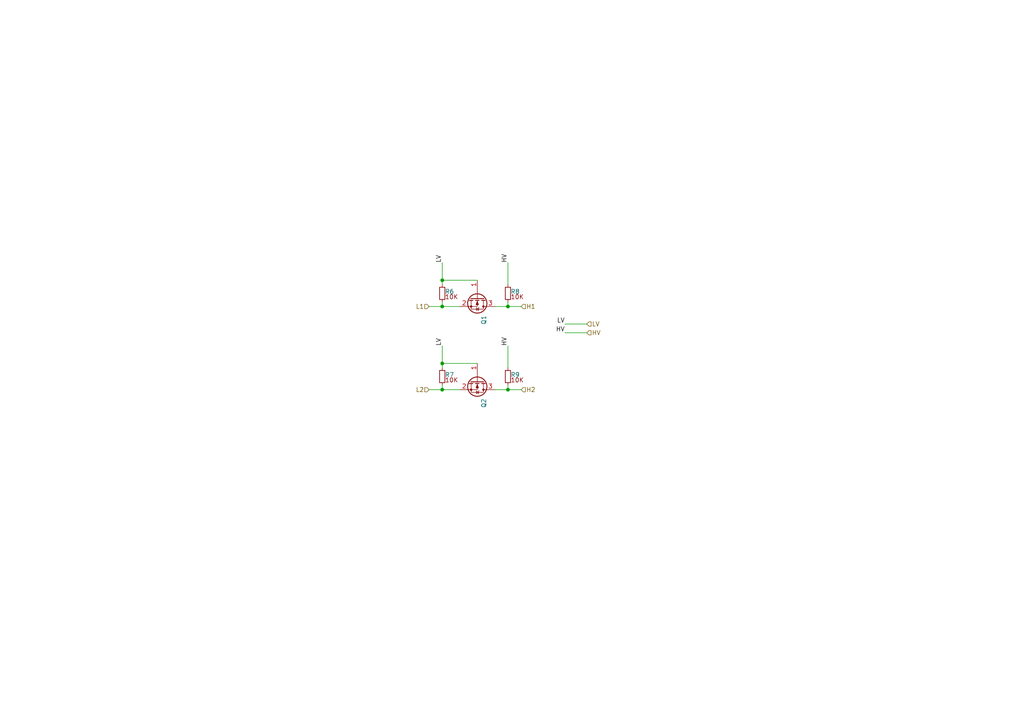
<source format=kicad_sch>
(kicad_sch (version 20211123) (generator eeschema)
  (paper "A4")
  (title_block (title "2-channel Bi-directional Level Shifter") (date "2022-01-26") (rev "1.0") (company "Columbia ICSL"))
  (lib_symbols
    (symbol "jlcsmt-rcl:NMOS_BSS138" (pin_names hide)
      (property "Reference" "Q" (at 5.08 1.905 0))
      (symbol "NMOS_BSS138_0_1"
        (polyline (pts (xy 0.254 0) (xy -2.54 0)))
        (polyline (pts (xy 0.254 1.905) (xy 0.254 -1.905)) (stroke (width 0.254)))
        (polyline (pts (xy 0.762 -1.27) (xy 0.762 -2.286)) (stroke (width 0.254)))
        (polyline (pts (xy 0.762 0.508) (xy 0.762 -0.508)) (stroke (width 0.254)))
        (polyline (pts (xy 0.762 2.286) (xy 0.762 1.27)) (stroke (width 0.254)))
        (polyline (pts (xy 2.54 2.54) (xy 2.54 1.778)))
        (polyline (pts (xy 2.54 -2.54) (xy 2.54 0) (xy 0.762 0)))
        (polyline (pts (xy 0.762 -1.778) (xy 3.302 -1.778) (xy 3.302 1.778) (xy 0.762 1.778)))
        (polyline (pts (xy 1.016 0) (xy 2.032 0.381) (xy 2.032 -0.381) (xy 1.016 0)) (fill (type outline)))
        (polyline (pts (xy 2.794 0.508) (xy 2.921 0.381) (xy 3.683 0.381) (xy 3.81 0.254)))
        (polyline (pts (xy 3.302 0.381) (xy 2.921 -0.254) (xy 3.683 -0.254) (xy 3.302 0.381)))
        (circle (center 1.651 0) (radius 2.794) (stroke (width 0.254)))
        (circle (center 2.54 -1.778) (radius 0.254) (fill (type outline)))
        (circle (center 2.54 1.778) (radius 0.254) (fill (type outline)))
      )
      (symbol "NMOS_BSS138_1_1"
        (pin input line (at -5.08 0 0) (length 2.54) (name "G") (number "1"))
        (pin passive line (at 2.54 -5.08 90) (length 2.54) (name "S") (number "2"))
        (pin passive line (at 2.54 5.08 270) (length 2.54) (name "D") (number "3"))
      )
    )
    (symbol "jlcsmt-rcl:R_0402_10K" (pin_numbers hide) (pin_names (offset 0.254) hide)
      (property "Reference" "R" (at 0.762 0.508 0))
      (symbol "R_0402_10K_0_0"
        (text "10K" (at 0.762 -1.016 0) (effects (font (size 1.27 1.27)) (justify left)))
      )
      (symbol "R_0402_10K_0_1"
        (rectangle (start -0.762 1.778) (end 0.762 -1.778) (stroke (width 0.2032)))
      )
      (symbol "R_0402_10K_1_1"
        (pin passive line (at 0 2.54 270) (length 0.762) (name "~") (number "1"))
        (pin passive line (at 0 -2.54 90) (length 0.762) (name "~") (number "2"))
      )
    )
  )
  (junction (at 128.27 105.41))
  (junction (at 128.27 88.9))
  (junction (at 128.27 81.28))
  (junction (at 147.32 113.03))
  (junction (at 128.27 113.03))
  (junction (at 147.32 88.9))
  (wire (pts (xy 128.27 81.28) (xy 138.43 81.28)))
  (wire (pts (xy 147.32 113.03) (xy 147.32 111.76)))
  (wire (pts (xy 128.27 113.03) (xy 133.35 113.03)))
  (wire (pts (xy 124.46 88.9) (xy 128.27 88.9)))
  (wire (pts (xy 143.51 88.9) (xy 147.32 88.9)))
  (wire (pts (xy 128.27 105.41) (xy 128.27 100.33)))
  (wire (pts (xy 128.27 82.55) (xy 128.27 81.28)))
  (wire (pts (xy 143.51 113.03) (xy 147.32 113.03)))
  (wire (pts (xy 163.83 93.98) (xy 170.18 93.98)))
  (wire (pts (xy 128.27 106.68) (xy 128.27 105.41)))
  (wire (pts (xy 128.27 81.28) (xy 128.27 76.2)))
  (wire (pts (xy 128.27 113.03) (xy 128.27 111.76)))
  (wire (pts (xy 147.32 106.68) (xy 147.32 100.33)))
  (wire (pts (xy 147.32 82.55) (xy 147.32 76.2)))
  (wire (pts (xy 147.32 113.03) (xy 151.13 113.03)))
  (wire (pts (xy 124.46 113.03) (xy 128.27 113.03)))
  (wire (pts (xy 128.27 105.41) (xy 138.43 105.41)))
  (wire (pts (xy 128.27 88.9) (xy 128.27 87.63)))
  (wire (pts (xy 163.83 96.52) (xy 170.18 96.52)))
  (wire (pts (xy 128.27 88.9) (xy 133.35 88.9)))
  (wire (pts (xy 147.32 88.9) (xy 147.32 87.63)))
  (wire (pts (xy 147.32 88.9) (xy 151.13 88.9)))
  (label "HV" (at 147.32 76.2 90))
  (label "LV" (at 163.83 93.98 180))
  (label "LV" (at 128.27 76.2 90))
  (label "HV" (at 163.83 96.52 180))
  (label "LV" (at 128.27 100.33 90))
  (label "HV" (at 147.32 100.33 90))
  (hierarchical_label "HV" (shape input) (at 170.18 96.52 0))
  (hierarchical_label "L1" (shape input) (at 124.46 88.9 180))
  (hierarchical_label "H2" (shape input) (at 151.13 113.03 0))
  (hierarchical_label "H1" (shape input) (at 151.13 88.9 0))
  (hierarchical_label "L2" (shape input) (at 124.46 113.03 180))
  (hierarchical_label "LV" (shape input) (at 170.18 93.98 0))
  (symbol (lib_id "jlcsmt-rcl:NMOS_BSS138") (at 138.43 86.36 270) (unit 1)
    (property "Reference" "Q1" (at 140.335 91.44 0) (effects (justify left)))
    (property "Value" "NMOS_BSS138" (effects hide))
    (property "Footprint" "jlcsmt:SOT-23" (effects hide))
    (property "Datasheet" "https://datasheet.lcsc.com/lcsc/1809291614_Changjiang-Electronics-Tech--CJ-BSS138_C78284.pdf" (effects hide))
    (property "MFR" "Changjiang Electronics Tech (CJ)" (effects hide))
    (property "MFR Part#" "BSS138" (effects hide))
    (property "LCSC" "C78284" (effects hide))
  )
  (symbol (lib_id "jlcsmt-rcl:NMOS_BSS138") (at 138.43 110.49 270) (unit 1)
    (property "Reference" "Q2" (at 140.335 115.57 0) (effects (justify left)))
    (property "Value" "NMOS_BSS138" (effects hide))
    (property "Footprint" "jlcsmt:SOT-23" (effects hide))
    (property "Datasheet" "https://datasheet.lcsc.com/lcsc/1809291614_Changjiang-Electronics-Tech--CJ-BSS138_C78284.pdf" (effects hide))
    (property "MFR" "Changjiang Electronics Tech (CJ)" (effects hide))
    (property "MFR Part#" "BSS138" (effects hide))
    (property "LCSC" "C78284" (effects hide))
  )
  (symbol (lib_id "jlcsmt-rcl:R_0402_10K") (at 147.32 109.22 0) (unit 1)
    (property "Reference" "R9" (at 148.082 108.712 0) (effects (justify left)))
    (property "Value" "R_0402_10K" (effects hide))
    (property "Footprint" "Resistor_SMD:R_0402_1005Metric" (effects hide))
    (property "Datasheet" "https://datasheet.lcsc.com/lcsc/2110260030_UNI-ROYAL-Uniroyal-Elec-0402WGF1002TCE_C25744.pdf" (effects hide))
    (property "MFR" "UNI-ROYAL(Uniroyal Elec)" (effects hide))
    (property "MFR Part#" "0402WGF1002TCE" (effects hide))
    (property "LCSC" "C25744" (effects hide))
  )
  (symbol (lib_id "jlcsmt-rcl:R_0402_10K") (at 128.27 85.09 0) (unit 1)
    (property "Reference" "R6" (at 129.032 84.582 0) (effects (justify left)))
    (property "Value" "R_0402_10K" (effects hide))
    (property "Footprint" "Resistor_SMD:R_0402_1005Metric" (effects hide))
    (property "Datasheet" "https://datasheet.lcsc.com/lcsc/2110260030_UNI-ROYAL-Uniroyal-Elec-0402WGF1002TCE_C25744.pdf" (effects hide))
    (property "MFR" "UNI-ROYAL(Uniroyal Elec)" (effects hide))
    (property "MFR Part#" "0402WGF1002TCE" (effects hide))
    (property "LCSC" "C25744" (effects hide))
  )
  (symbol (lib_id "jlcsmt-rcl:R_0402_10K") (at 128.27 109.22 0) (unit 1)
    (property "Reference" "R7" (at 129.032 108.712 0) (effects (justify left)))
    (property "Value" "R_0402_10K" (effects hide))
    (property "Footprint" "Resistor_SMD:R_0402_1005Metric" (effects hide))
    (property "Datasheet" "https://datasheet.lcsc.com/lcsc/2110260030_UNI-ROYAL-Uniroyal-Elec-0402WGF1002TCE_C25744.pdf" (effects hide))
    (property "MFR" "UNI-ROYAL(Uniroyal Elec)" (effects hide))
    (property "MFR Part#" "0402WGF1002TCE" (effects hide))
    (property "LCSC" "C25744" (effects hide))
  )
  (symbol (lib_id "jlcsmt-rcl:R_0402_10K") (at 147.32 85.09 0) (unit 1)
    (property "Reference" "R8" (at 148.082 84.582 0) (effects (justify left)))
    (property "Value" "R_0402_10K" (effects hide))
    (property "Footprint" "Resistor_SMD:R_0402_1005Metric" (effects hide))
    (property "Datasheet" "https://datasheet.lcsc.com/lcsc/2110260030_UNI-ROYAL-Uniroyal-Elec-0402WGF1002TCE_C25744.pdf" (effects hide))
    (property "MFR" "UNI-ROYAL(Uniroyal Elec)" (effects hide))
    (property "MFR Part#" "0402WGF1002TCE" (effects hide))
    (property "LCSC" "C25744" (effects hide))
  )
)
</source>
